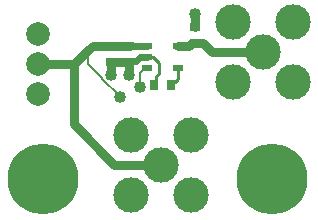
<source format=gtl>
G04*
G04 #@! TF.GenerationSoftware,Altium Limited,Altium Designer,21.2.2 (38)*
G04*
G04 Layer_Physical_Order=1*
G04 Layer_Color=255*
%FSLAX25Y25*%
%MOIN*%
G70*
G04*
G04 #@! TF.SameCoordinates,DFD624CB-2947-408E-94CE-297F991FFE17*
G04*
G04*
G04 #@! TF.FilePolarity,Positive*
G04*
G01*
G75*
%ADD11C,0.01000*%
%ADD13R,0.03543X0.03150*%
%ADD14R,0.03150X0.03543*%
G04:AMPARAMS|DCode=15|XSize=21.65mil|YSize=31.5mil|CornerRadius=1.95mil|HoleSize=0mil|Usage=FLASHONLY|Rotation=90.000|XOffset=0mil|YOffset=0mil|HoleType=Round|Shape=RoundedRectangle|*
%AMROUNDEDRECTD15*
21,1,0.02165,0.02760,0,0,90.0*
21,1,0.01776,0.03150,0,0,90.0*
1,1,0.00390,0.01380,0.00888*
1,1,0.00390,0.01380,-0.00888*
1,1,0.00390,-0.01380,-0.00888*
1,1,0.00390,-0.01380,0.00888*
%
%ADD15ROUNDEDRECTD15*%
%ADD22C,0.02362*%
%ADD23C,0.02953*%
%ADD24C,0.00700*%
%ADD25C,0.23622*%
%ADD26C,0.11811*%
%ADD27C,0.07874*%
%ADD28C,0.04000*%
D11*
X148480Y155000D02*
X150500D01*
X152500Y153000D01*
Y149500D02*
Y153000D01*
X151186Y148186D02*
X152500Y149500D01*
X151186Y145942D02*
Y148186D01*
X150744Y145500D02*
X151186Y145942D01*
X156256Y145500D02*
Y145697D01*
X157331Y146772D01*
X157528D01*
X158520Y147764D01*
Y151260D01*
D13*
X164173Y164961D02*
D03*
Y159449D02*
D03*
X142500Y153244D02*
D03*
Y158756D02*
D03*
X136500Y153244D02*
D03*
Y158756D02*
D03*
D14*
X150744Y145500D02*
D03*
X156256D02*
D03*
D15*
X148480Y158740D02*
D03*
Y155000D02*
D03*
Y151260D02*
D03*
X158520D02*
D03*
Y158740D02*
D03*
D22*
X144583Y153638D02*
X145945Y155000D01*
X148480D01*
X142894Y153638D02*
X144583D01*
X142500Y153244D02*
X142894Y153638D01*
X142516Y158740D02*
X148480D01*
D23*
X142500Y158756D02*
X142516Y158740D01*
X142500Y149000D02*
Y153244D01*
Y149000D02*
X142500Y149000D01*
X137500Y119000D02*
X153000D01*
X124000Y132500D02*
X137500Y119000D01*
X124000Y132500D02*
Y152500D01*
X112000D02*
X124000D01*
X136500Y149000D02*
Y149500D01*
X136500Y149500D02*
X136500Y149500D01*
X136500Y149500D02*
Y153244D01*
X164173Y168705D02*
Y169205D01*
Y168705D02*
X164173Y168705D01*
Y164961D02*
Y168705D01*
X170000Y156500D02*
X187000D01*
X166854Y159646D02*
X170000Y156500D01*
X163598Y159646D02*
X166854D01*
X163500Y159744D02*
X163598Y159646D01*
X163303Y159744D02*
X163500D01*
X162299Y158740D02*
X163303Y159744D01*
X158520Y158740D02*
X162299D01*
X128750Y157250D02*
X130256Y158756D01*
X124000Y152500D02*
X128750Y157250D01*
X136500Y153244D02*
X142500D01*
X136500Y158756D02*
X142500D01*
X130256D02*
X136500D01*
D24*
X133450Y147737D02*
X139370Y141817D01*
Y141732D02*
Y141817D01*
X128750Y152483D02*
X133450Y147784D01*
Y147737D02*
Y147784D01*
X146000Y145000D02*
Y149500D01*
X147027Y150527D01*
X128750Y152483D02*
Y157250D01*
X147027Y150527D02*
X147748D01*
X148480Y151260D01*
D25*
X190051Y114173D02*
D03*
X113673D02*
D03*
D26*
X187000Y156500D02*
D03*
X197000Y146500D02*
D03*
X177000D02*
D03*
X197000Y166500D02*
D03*
X177000D02*
D03*
X153000Y119000D02*
D03*
X163000Y109000D02*
D03*
X143000D02*
D03*
X163000Y129000D02*
D03*
X143000D02*
D03*
D27*
X112000Y142500D02*
D03*
Y152500D02*
D03*
Y162500D02*
D03*
D28*
X142500Y149000D02*
D03*
X139370Y141732D02*
D03*
X136500Y149000D02*
D03*
X164173Y169205D02*
D03*
X146000Y145000D02*
D03*
M02*

</source>
